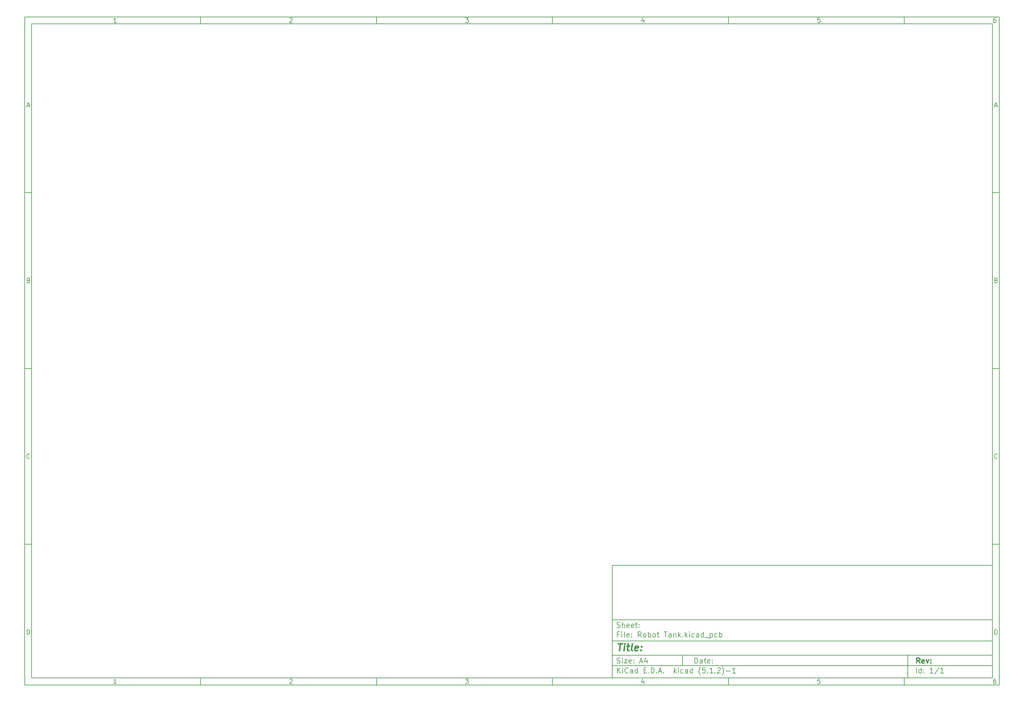
<source format=gbp>
G04 #@! TF.GenerationSoftware,KiCad,Pcbnew,(5.1.2)-1*
G04 #@! TF.CreationDate,2019-07-09T02:23:16-04:00*
G04 #@! TF.ProjectId,Robot Tank,526f626f-7420-4546-916e-6b2e6b696361,rev?*
G04 #@! TF.SameCoordinates,Original*
G04 #@! TF.FileFunction,Paste,Bot*
G04 #@! TF.FilePolarity,Positive*
%FSLAX46Y46*%
G04 Gerber Fmt 4.6, Leading zero omitted, Abs format (unit mm)*
G04 Created by KiCad (PCBNEW (5.1.2)-1) date 2019-07-09 02:23:16*
%MOMM*%
%LPD*%
G04 APERTURE LIST*
%ADD10C,0.100000*%
%ADD11C,0.150000*%
%ADD12C,0.300000*%
%ADD13C,0.400000*%
G04 APERTURE END LIST*
D10*
D11*
X177002200Y-166007200D02*
X177002200Y-198007200D01*
X285002200Y-198007200D01*
X285002200Y-166007200D01*
X177002200Y-166007200D01*
D10*
D11*
X10000000Y-10000000D02*
X10000000Y-200007200D01*
X287002200Y-200007200D01*
X287002200Y-10000000D01*
X10000000Y-10000000D01*
D10*
D11*
X12000000Y-12000000D02*
X12000000Y-198007200D01*
X285002200Y-198007200D01*
X285002200Y-12000000D01*
X12000000Y-12000000D01*
D10*
D11*
X60000000Y-12000000D02*
X60000000Y-10000000D01*
D10*
D11*
X110000000Y-12000000D02*
X110000000Y-10000000D01*
D10*
D11*
X160000000Y-12000000D02*
X160000000Y-10000000D01*
D10*
D11*
X210000000Y-12000000D02*
X210000000Y-10000000D01*
D10*
D11*
X260000000Y-12000000D02*
X260000000Y-10000000D01*
D10*
D11*
X36065476Y-11588095D02*
X35322619Y-11588095D01*
X35694047Y-11588095D02*
X35694047Y-10288095D01*
X35570238Y-10473809D01*
X35446428Y-10597619D01*
X35322619Y-10659523D01*
D10*
D11*
X85322619Y-10411904D02*
X85384523Y-10350000D01*
X85508333Y-10288095D01*
X85817857Y-10288095D01*
X85941666Y-10350000D01*
X86003571Y-10411904D01*
X86065476Y-10535714D01*
X86065476Y-10659523D01*
X86003571Y-10845238D01*
X85260714Y-11588095D01*
X86065476Y-11588095D01*
D10*
D11*
X135260714Y-10288095D02*
X136065476Y-10288095D01*
X135632142Y-10783333D01*
X135817857Y-10783333D01*
X135941666Y-10845238D01*
X136003571Y-10907142D01*
X136065476Y-11030952D01*
X136065476Y-11340476D01*
X136003571Y-11464285D01*
X135941666Y-11526190D01*
X135817857Y-11588095D01*
X135446428Y-11588095D01*
X135322619Y-11526190D01*
X135260714Y-11464285D01*
D10*
D11*
X185941666Y-10721428D02*
X185941666Y-11588095D01*
X185632142Y-10226190D02*
X185322619Y-11154761D01*
X186127380Y-11154761D01*
D10*
D11*
X236003571Y-10288095D02*
X235384523Y-10288095D01*
X235322619Y-10907142D01*
X235384523Y-10845238D01*
X235508333Y-10783333D01*
X235817857Y-10783333D01*
X235941666Y-10845238D01*
X236003571Y-10907142D01*
X236065476Y-11030952D01*
X236065476Y-11340476D01*
X236003571Y-11464285D01*
X235941666Y-11526190D01*
X235817857Y-11588095D01*
X235508333Y-11588095D01*
X235384523Y-11526190D01*
X235322619Y-11464285D01*
D10*
D11*
X285941666Y-10288095D02*
X285694047Y-10288095D01*
X285570238Y-10350000D01*
X285508333Y-10411904D01*
X285384523Y-10597619D01*
X285322619Y-10845238D01*
X285322619Y-11340476D01*
X285384523Y-11464285D01*
X285446428Y-11526190D01*
X285570238Y-11588095D01*
X285817857Y-11588095D01*
X285941666Y-11526190D01*
X286003571Y-11464285D01*
X286065476Y-11340476D01*
X286065476Y-11030952D01*
X286003571Y-10907142D01*
X285941666Y-10845238D01*
X285817857Y-10783333D01*
X285570238Y-10783333D01*
X285446428Y-10845238D01*
X285384523Y-10907142D01*
X285322619Y-11030952D01*
D10*
D11*
X60000000Y-198007200D02*
X60000000Y-200007200D01*
D10*
D11*
X110000000Y-198007200D02*
X110000000Y-200007200D01*
D10*
D11*
X160000000Y-198007200D02*
X160000000Y-200007200D01*
D10*
D11*
X210000000Y-198007200D02*
X210000000Y-200007200D01*
D10*
D11*
X260000000Y-198007200D02*
X260000000Y-200007200D01*
D10*
D11*
X36065476Y-199595295D02*
X35322619Y-199595295D01*
X35694047Y-199595295D02*
X35694047Y-198295295D01*
X35570238Y-198481009D01*
X35446428Y-198604819D01*
X35322619Y-198666723D01*
D10*
D11*
X85322619Y-198419104D02*
X85384523Y-198357200D01*
X85508333Y-198295295D01*
X85817857Y-198295295D01*
X85941666Y-198357200D01*
X86003571Y-198419104D01*
X86065476Y-198542914D01*
X86065476Y-198666723D01*
X86003571Y-198852438D01*
X85260714Y-199595295D01*
X86065476Y-199595295D01*
D10*
D11*
X135260714Y-198295295D02*
X136065476Y-198295295D01*
X135632142Y-198790533D01*
X135817857Y-198790533D01*
X135941666Y-198852438D01*
X136003571Y-198914342D01*
X136065476Y-199038152D01*
X136065476Y-199347676D01*
X136003571Y-199471485D01*
X135941666Y-199533390D01*
X135817857Y-199595295D01*
X135446428Y-199595295D01*
X135322619Y-199533390D01*
X135260714Y-199471485D01*
D10*
D11*
X185941666Y-198728628D02*
X185941666Y-199595295D01*
X185632142Y-198233390D02*
X185322619Y-199161961D01*
X186127380Y-199161961D01*
D10*
D11*
X236003571Y-198295295D02*
X235384523Y-198295295D01*
X235322619Y-198914342D01*
X235384523Y-198852438D01*
X235508333Y-198790533D01*
X235817857Y-198790533D01*
X235941666Y-198852438D01*
X236003571Y-198914342D01*
X236065476Y-199038152D01*
X236065476Y-199347676D01*
X236003571Y-199471485D01*
X235941666Y-199533390D01*
X235817857Y-199595295D01*
X235508333Y-199595295D01*
X235384523Y-199533390D01*
X235322619Y-199471485D01*
D10*
D11*
X285941666Y-198295295D02*
X285694047Y-198295295D01*
X285570238Y-198357200D01*
X285508333Y-198419104D01*
X285384523Y-198604819D01*
X285322619Y-198852438D01*
X285322619Y-199347676D01*
X285384523Y-199471485D01*
X285446428Y-199533390D01*
X285570238Y-199595295D01*
X285817857Y-199595295D01*
X285941666Y-199533390D01*
X286003571Y-199471485D01*
X286065476Y-199347676D01*
X286065476Y-199038152D01*
X286003571Y-198914342D01*
X285941666Y-198852438D01*
X285817857Y-198790533D01*
X285570238Y-198790533D01*
X285446428Y-198852438D01*
X285384523Y-198914342D01*
X285322619Y-199038152D01*
D10*
D11*
X10000000Y-60000000D02*
X12000000Y-60000000D01*
D10*
D11*
X10000000Y-110000000D02*
X12000000Y-110000000D01*
D10*
D11*
X10000000Y-160000000D02*
X12000000Y-160000000D01*
D10*
D11*
X10690476Y-35216666D02*
X11309523Y-35216666D01*
X10566666Y-35588095D02*
X11000000Y-34288095D01*
X11433333Y-35588095D01*
D10*
D11*
X11092857Y-84907142D02*
X11278571Y-84969047D01*
X11340476Y-85030952D01*
X11402380Y-85154761D01*
X11402380Y-85340476D01*
X11340476Y-85464285D01*
X11278571Y-85526190D01*
X11154761Y-85588095D01*
X10659523Y-85588095D01*
X10659523Y-84288095D01*
X11092857Y-84288095D01*
X11216666Y-84350000D01*
X11278571Y-84411904D01*
X11340476Y-84535714D01*
X11340476Y-84659523D01*
X11278571Y-84783333D01*
X11216666Y-84845238D01*
X11092857Y-84907142D01*
X10659523Y-84907142D01*
D10*
D11*
X11402380Y-135464285D02*
X11340476Y-135526190D01*
X11154761Y-135588095D01*
X11030952Y-135588095D01*
X10845238Y-135526190D01*
X10721428Y-135402380D01*
X10659523Y-135278571D01*
X10597619Y-135030952D01*
X10597619Y-134845238D01*
X10659523Y-134597619D01*
X10721428Y-134473809D01*
X10845238Y-134350000D01*
X11030952Y-134288095D01*
X11154761Y-134288095D01*
X11340476Y-134350000D01*
X11402380Y-134411904D01*
D10*
D11*
X10659523Y-185588095D02*
X10659523Y-184288095D01*
X10969047Y-184288095D01*
X11154761Y-184350000D01*
X11278571Y-184473809D01*
X11340476Y-184597619D01*
X11402380Y-184845238D01*
X11402380Y-185030952D01*
X11340476Y-185278571D01*
X11278571Y-185402380D01*
X11154761Y-185526190D01*
X10969047Y-185588095D01*
X10659523Y-185588095D01*
D10*
D11*
X287002200Y-60000000D02*
X285002200Y-60000000D01*
D10*
D11*
X287002200Y-110000000D02*
X285002200Y-110000000D01*
D10*
D11*
X287002200Y-160000000D02*
X285002200Y-160000000D01*
D10*
D11*
X285692676Y-35216666D02*
X286311723Y-35216666D01*
X285568866Y-35588095D02*
X286002200Y-34288095D01*
X286435533Y-35588095D01*
D10*
D11*
X286095057Y-84907142D02*
X286280771Y-84969047D01*
X286342676Y-85030952D01*
X286404580Y-85154761D01*
X286404580Y-85340476D01*
X286342676Y-85464285D01*
X286280771Y-85526190D01*
X286156961Y-85588095D01*
X285661723Y-85588095D01*
X285661723Y-84288095D01*
X286095057Y-84288095D01*
X286218866Y-84350000D01*
X286280771Y-84411904D01*
X286342676Y-84535714D01*
X286342676Y-84659523D01*
X286280771Y-84783333D01*
X286218866Y-84845238D01*
X286095057Y-84907142D01*
X285661723Y-84907142D01*
D10*
D11*
X286404580Y-135464285D02*
X286342676Y-135526190D01*
X286156961Y-135588095D01*
X286033152Y-135588095D01*
X285847438Y-135526190D01*
X285723628Y-135402380D01*
X285661723Y-135278571D01*
X285599819Y-135030952D01*
X285599819Y-134845238D01*
X285661723Y-134597619D01*
X285723628Y-134473809D01*
X285847438Y-134350000D01*
X286033152Y-134288095D01*
X286156961Y-134288095D01*
X286342676Y-134350000D01*
X286404580Y-134411904D01*
D10*
D11*
X285661723Y-185588095D02*
X285661723Y-184288095D01*
X285971247Y-184288095D01*
X286156961Y-184350000D01*
X286280771Y-184473809D01*
X286342676Y-184597619D01*
X286404580Y-184845238D01*
X286404580Y-185030952D01*
X286342676Y-185278571D01*
X286280771Y-185402380D01*
X286156961Y-185526190D01*
X285971247Y-185588095D01*
X285661723Y-185588095D01*
D10*
D11*
X200434342Y-193785771D02*
X200434342Y-192285771D01*
X200791485Y-192285771D01*
X201005771Y-192357200D01*
X201148628Y-192500057D01*
X201220057Y-192642914D01*
X201291485Y-192928628D01*
X201291485Y-193142914D01*
X201220057Y-193428628D01*
X201148628Y-193571485D01*
X201005771Y-193714342D01*
X200791485Y-193785771D01*
X200434342Y-193785771D01*
X202577200Y-193785771D02*
X202577200Y-193000057D01*
X202505771Y-192857200D01*
X202362914Y-192785771D01*
X202077200Y-192785771D01*
X201934342Y-192857200D01*
X202577200Y-193714342D02*
X202434342Y-193785771D01*
X202077200Y-193785771D01*
X201934342Y-193714342D01*
X201862914Y-193571485D01*
X201862914Y-193428628D01*
X201934342Y-193285771D01*
X202077200Y-193214342D01*
X202434342Y-193214342D01*
X202577200Y-193142914D01*
X203077200Y-192785771D02*
X203648628Y-192785771D01*
X203291485Y-192285771D02*
X203291485Y-193571485D01*
X203362914Y-193714342D01*
X203505771Y-193785771D01*
X203648628Y-193785771D01*
X204720057Y-193714342D02*
X204577200Y-193785771D01*
X204291485Y-193785771D01*
X204148628Y-193714342D01*
X204077200Y-193571485D01*
X204077200Y-193000057D01*
X204148628Y-192857200D01*
X204291485Y-192785771D01*
X204577200Y-192785771D01*
X204720057Y-192857200D01*
X204791485Y-193000057D01*
X204791485Y-193142914D01*
X204077200Y-193285771D01*
X205434342Y-193642914D02*
X205505771Y-193714342D01*
X205434342Y-193785771D01*
X205362914Y-193714342D01*
X205434342Y-193642914D01*
X205434342Y-193785771D01*
X205434342Y-192857200D02*
X205505771Y-192928628D01*
X205434342Y-193000057D01*
X205362914Y-192928628D01*
X205434342Y-192857200D01*
X205434342Y-193000057D01*
D10*
D11*
X177002200Y-194507200D02*
X285002200Y-194507200D01*
D10*
D11*
X178434342Y-196585771D02*
X178434342Y-195085771D01*
X179291485Y-196585771D02*
X178648628Y-195728628D01*
X179291485Y-195085771D02*
X178434342Y-195942914D01*
X179934342Y-196585771D02*
X179934342Y-195585771D01*
X179934342Y-195085771D02*
X179862914Y-195157200D01*
X179934342Y-195228628D01*
X180005771Y-195157200D01*
X179934342Y-195085771D01*
X179934342Y-195228628D01*
X181505771Y-196442914D02*
X181434342Y-196514342D01*
X181220057Y-196585771D01*
X181077200Y-196585771D01*
X180862914Y-196514342D01*
X180720057Y-196371485D01*
X180648628Y-196228628D01*
X180577200Y-195942914D01*
X180577200Y-195728628D01*
X180648628Y-195442914D01*
X180720057Y-195300057D01*
X180862914Y-195157200D01*
X181077200Y-195085771D01*
X181220057Y-195085771D01*
X181434342Y-195157200D01*
X181505771Y-195228628D01*
X182791485Y-196585771D02*
X182791485Y-195800057D01*
X182720057Y-195657200D01*
X182577200Y-195585771D01*
X182291485Y-195585771D01*
X182148628Y-195657200D01*
X182791485Y-196514342D02*
X182648628Y-196585771D01*
X182291485Y-196585771D01*
X182148628Y-196514342D01*
X182077200Y-196371485D01*
X182077200Y-196228628D01*
X182148628Y-196085771D01*
X182291485Y-196014342D01*
X182648628Y-196014342D01*
X182791485Y-195942914D01*
X184148628Y-196585771D02*
X184148628Y-195085771D01*
X184148628Y-196514342D02*
X184005771Y-196585771D01*
X183720057Y-196585771D01*
X183577200Y-196514342D01*
X183505771Y-196442914D01*
X183434342Y-196300057D01*
X183434342Y-195871485D01*
X183505771Y-195728628D01*
X183577200Y-195657200D01*
X183720057Y-195585771D01*
X184005771Y-195585771D01*
X184148628Y-195657200D01*
X186005771Y-195800057D02*
X186505771Y-195800057D01*
X186720057Y-196585771D02*
X186005771Y-196585771D01*
X186005771Y-195085771D01*
X186720057Y-195085771D01*
X187362914Y-196442914D02*
X187434342Y-196514342D01*
X187362914Y-196585771D01*
X187291485Y-196514342D01*
X187362914Y-196442914D01*
X187362914Y-196585771D01*
X188077200Y-196585771D02*
X188077200Y-195085771D01*
X188434342Y-195085771D01*
X188648628Y-195157200D01*
X188791485Y-195300057D01*
X188862914Y-195442914D01*
X188934342Y-195728628D01*
X188934342Y-195942914D01*
X188862914Y-196228628D01*
X188791485Y-196371485D01*
X188648628Y-196514342D01*
X188434342Y-196585771D01*
X188077200Y-196585771D01*
X189577200Y-196442914D02*
X189648628Y-196514342D01*
X189577200Y-196585771D01*
X189505771Y-196514342D01*
X189577200Y-196442914D01*
X189577200Y-196585771D01*
X190220057Y-196157200D02*
X190934342Y-196157200D01*
X190077200Y-196585771D02*
X190577200Y-195085771D01*
X191077200Y-196585771D01*
X191577200Y-196442914D02*
X191648628Y-196514342D01*
X191577200Y-196585771D01*
X191505771Y-196514342D01*
X191577200Y-196442914D01*
X191577200Y-196585771D01*
X194577200Y-196585771D02*
X194577200Y-195085771D01*
X194720057Y-196014342D02*
X195148628Y-196585771D01*
X195148628Y-195585771D02*
X194577200Y-196157200D01*
X195791485Y-196585771D02*
X195791485Y-195585771D01*
X195791485Y-195085771D02*
X195720057Y-195157200D01*
X195791485Y-195228628D01*
X195862914Y-195157200D01*
X195791485Y-195085771D01*
X195791485Y-195228628D01*
X197148628Y-196514342D02*
X197005771Y-196585771D01*
X196720057Y-196585771D01*
X196577200Y-196514342D01*
X196505771Y-196442914D01*
X196434342Y-196300057D01*
X196434342Y-195871485D01*
X196505771Y-195728628D01*
X196577200Y-195657200D01*
X196720057Y-195585771D01*
X197005771Y-195585771D01*
X197148628Y-195657200D01*
X198434342Y-196585771D02*
X198434342Y-195800057D01*
X198362914Y-195657200D01*
X198220057Y-195585771D01*
X197934342Y-195585771D01*
X197791485Y-195657200D01*
X198434342Y-196514342D02*
X198291485Y-196585771D01*
X197934342Y-196585771D01*
X197791485Y-196514342D01*
X197720057Y-196371485D01*
X197720057Y-196228628D01*
X197791485Y-196085771D01*
X197934342Y-196014342D01*
X198291485Y-196014342D01*
X198434342Y-195942914D01*
X199791485Y-196585771D02*
X199791485Y-195085771D01*
X199791485Y-196514342D02*
X199648628Y-196585771D01*
X199362914Y-196585771D01*
X199220057Y-196514342D01*
X199148628Y-196442914D01*
X199077200Y-196300057D01*
X199077200Y-195871485D01*
X199148628Y-195728628D01*
X199220057Y-195657200D01*
X199362914Y-195585771D01*
X199648628Y-195585771D01*
X199791485Y-195657200D01*
X202077200Y-197157200D02*
X202005771Y-197085771D01*
X201862914Y-196871485D01*
X201791485Y-196728628D01*
X201720057Y-196514342D01*
X201648628Y-196157200D01*
X201648628Y-195871485D01*
X201720057Y-195514342D01*
X201791485Y-195300057D01*
X201862914Y-195157200D01*
X202005771Y-194942914D01*
X202077200Y-194871485D01*
X203362914Y-195085771D02*
X202648628Y-195085771D01*
X202577200Y-195800057D01*
X202648628Y-195728628D01*
X202791485Y-195657200D01*
X203148628Y-195657200D01*
X203291485Y-195728628D01*
X203362914Y-195800057D01*
X203434342Y-195942914D01*
X203434342Y-196300057D01*
X203362914Y-196442914D01*
X203291485Y-196514342D01*
X203148628Y-196585771D01*
X202791485Y-196585771D01*
X202648628Y-196514342D01*
X202577200Y-196442914D01*
X204077200Y-196442914D02*
X204148628Y-196514342D01*
X204077200Y-196585771D01*
X204005771Y-196514342D01*
X204077200Y-196442914D01*
X204077200Y-196585771D01*
X205577200Y-196585771D02*
X204720057Y-196585771D01*
X205148628Y-196585771D02*
X205148628Y-195085771D01*
X205005771Y-195300057D01*
X204862914Y-195442914D01*
X204720057Y-195514342D01*
X206220057Y-196442914D02*
X206291485Y-196514342D01*
X206220057Y-196585771D01*
X206148628Y-196514342D01*
X206220057Y-196442914D01*
X206220057Y-196585771D01*
X206862914Y-195228628D02*
X206934342Y-195157200D01*
X207077200Y-195085771D01*
X207434342Y-195085771D01*
X207577200Y-195157200D01*
X207648628Y-195228628D01*
X207720057Y-195371485D01*
X207720057Y-195514342D01*
X207648628Y-195728628D01*
X206791485Y-196585771D01*
X207720057Y-196585771D01*
X208220057Y-197157200D02*
X208291485Y-197085771D01*
X208434342Y-196871485D01*
X208505771Y-196728628D01*
X208577200Y-196514342D01*
X208648628Y-196157200D01*
X208648628Y-195871485D01*
X208577200Y-195514342D01*
X208505771Y-195300057D01*
X208434342Y-195157200D01*
X208291485Y-194942914D01*
X208220057Y-194871485D01*
X209362914Y-196014342D02*
X210505771Y-196014342D01*
X212005771Y-196585771D02*
X211148628Y-196585771D01*
X211577200Y-196585771D02*
X211577200Y-195085771D01*
X211434342Y-195300057D01*
X211291485Y-195442914D01*
X211148628Y-195514342D01*
D10*
D11*
X177002200Y-191507200D02*
X285002200Y-191507200D01*
D10*
D12*
X264411485Y-193785771D02*
X263911485Y-193071485D01*
X263554342Y-193785771D02*
X263554342Y-192285771D01*
X264125771Y-192285771D01*
X264268628Y-192357200D01*
X264340057Y-192428628D01*
X264411485Y-192571485D01*
X264411485Y-192785771D01*
X264340057Y-192928628D01*
X264268628Y-193000057D01*
X264125771Y-193071485D01*
X263554342Y-193071485D01*
X265625771Y-193714342D02*
X265482914Y-193785771D01*
X265197200Y-193785771D01*
X265054342Y-193714342D01*
X264982914Y-193571485D01*
X264982914Y-193000057D01*
X265054342Y-192857200D01*
X265197200Y-192785771D01*
X265482914Y-192785771D01*
X265625771Y-192857200D01*
X265697200Y-193000057D01*
X265697200Y-193142914D01*
X264982914Y-193285771D01*
X266197200Y-192785771D02*
X266554342Y-193785771D01*
X266911485Y-192785771D01*
X267482914Y-193642914D02*
X267554342Y-193714342D01*
X267482914Y-193785771D01*
X267411485Y-193714342D01*
X267482914Y-193642914D01*
X267482914Y-193785771D01*
X267482914Y-192857200D02*
X267554342Y-192928628D01*
X267482914Y-193000057D01*
X267411485Y-192928628D01*
X267482914Y-192857200D01*
X267482914Y-193000057D01*
D10*
D11*
X178362914Y-193714342D02*
X178577200Y-193785771D01*
X178934342Y-193785771D01*
X179077200Y-193714342D01*
X179148628Y-193642914D01*
X179220057Y-193500057D01*
X179220057Y-193357200D01*
X179148628Y-193214342D01*
X179077200Y-193142914D01*
X178934342Y-193071485D01*
X178648628Y-193000057D01*
X178505771Y-192928628D01*
X178434342Y-192857200D01*
X178362914Y-192714342D01*
X178362914Y-192571485D01*
X178434342Y-192428628D01*
X178505771Y-192357200D01*
X178648628Y-192285771D01*
X179005771Y-192285771D01*
X179220057Y-192357200D01*
X179862914Y-193785771D02*
X179862914Y-192785771D01*
X179862914Y-192285771D02*
X179791485Y-192357200D01*
X179862914Y-192428628D01*
X179934342Y-192357200D01*
X179862914Y-192285771D01*
X179862914Y-192428628D01*
X180434342Y-192785771D02*
X181220057Y-192785771D01*
X180434342Y-193785771D01*
X181220057Y-193785771D01*
X182362914Y-193714342D02*
X182220057Y-193785771D01*
X181934342Y-193785771D01*
X181791485Y-193714342D01*
X181720057Y-193571485D01*
X181720057Y-193000057D01*
X181791485Y-192857200D01*
X181934342Y-192785771D01*
X182220057Y-192785771D01*
X182362914Y-192857200D01*
X182434342Y-193000057D01*
X182434342Y-193142914D01*
X181720057Y-193285771D01*
X183077200Y-193642914D02*
X183148628Y-193714342D01*
X183077200Y-193785771D01*
X183005771Y-193714342D01*
X183077200Y-193642914D01*
X183077200Y-193785771D01*
X183077200Y-192857200D02*
X183148628Y-192928628D01*
X183077200Y-193000057D01*
X183005771Y-192928628D01*
X183077200Y-192857200D01*
X183077200Y-193000057D01*
X184862914Y-193357200D02*
X185577200Y-193357200D01*
X184720057Y-193785771D02*
X185220057Y-192285771D01*
X185720057Y-193785771D01*
X186862914Y-192785771D02*
X186862914Y-193785771D01*
X186505771Y-192214342D02*
X186148628Y-193285771D01*
X187077200Y-193285771D01*
D10*
D11*
X263434342Y-196585771D02*
X263434342Y-195085771D01*
X264791485Y-196585771D02*
X264791485Y-195085771D01*
X264791485Y-196514342D02*
X264648628Y-196585771D01*
X264362914Y-196585771D01*
X264220057Y-196514342D01*
X264148628Y-196442914D01*
X264077200Y-196300057D01*
X264077200Y-195871485D01*
X264148628Y-195728628D01*
X264220057Y-195657200D01*
X264362914Y-195585771D01*
X264648628Y-195585771D01*
X264791485Y-195657200D01*
X265505771Y-196442914D02*
X265577200Y-196514342D01*
X265505771Y-196585771D01*
X265434342Y-196514342D01*
X265505771Y-196442914D01*
X265505771Y-196585771D01*
X265505771Y-195657200D02*
X265577200Y-195728628D01*
X265505771Y-195800057D01*
X265434342Y-195728628D01*
X265505771Y-195657200D01*
X265505771Y-195800057D01*
X268148628Y-196585771D02*
X267291485Y-196585771D01*
X267720057Y-196585771D02*
X267720057Y-195085771D01*
X267577200Y-195300057D01*
X267434342Y-195442914D01*
X267291485Y-195514342D01*
X269862914Y-195014342D02*
X268577200Y-196942914D01*
X271148628Y-196585771D02*
X270291485Y-196585771D01*
X270720057Y-196585771D02*
X270720057Y-195085771D01*
X270577200Y-195300057D01*
X270434342Y-195442914D01*
X270291485Y-195514342D01*
D10*
D11*
X177002200Y-187507200D02*
X285002200Y-187507200D01*
D10*
D13*
X178714580Y-188211961D02*
X179857438Y-188211961D01*
X179036009Y-190211961D02*
X179286009Y-188211961D01*
X180274104Y-190211961D02*
X180440771Y-188878628D01*
X180524104Y-188211961D02*
X180416961Y-188307200D01*
X180500295Y-188402438D01*
X180607438Y-188307200D01*
X180524104Y-188211961D01*
X180500295Y-188402438D01*
X181107438Y-188878628D02*
X181869342Y-188878628D01*
X181476485Y-188211961D02*
X181262200Y-189926247D01*
X181333628Y-190116723D01*
X181512200Y-190211961D01*
X181702676Y-190211961D01*
X182655057Y-190211961D02*
X182476485Y-190116723D01*
X182405057Y-189926247D01*
X182619342Y-188211961D01*
X184190771Y-190116723D02*
X183988390Y-190211961D01*
X183607438Y-190211961D01*
X183428866Y-190116723D01*
X183357438Y-189926247D01*
X183452676Y-189164342D01*
X183571723Y-188973866D01*
X183774104Y-188878628D01*
X184155057Y-188878628D01*
X184333628Y-188973866D01*
X184405057Y-189164342D01*
X184381247Y-189354819D01*
X183405057Y-189545295D01*
X185155057Y-190021485D02*
X185238390Y-190116723D01*
X185131247Y-190211961D01*
X185047914Y-190116723D01*
X185155057Y-190021485D01*
X185131247Y-190211961D01*
X185286009Y-188973866D02*
X185369342Y-189069104D01*
X185262200Y-189164342D01*
X185178866Y-189069104D01*
X185286009Y-188973866D01*
X185262200Y-189164342D01*
D10*
D11*
X178934342Y-185600057D02*
X178434342Y-185600057D01*
X178434342Y-186385771D02*
X178434342Y-184885771D01*
X179148628Y-184885771D01*
X179720057Y-186385771D02*
X179720057Y-185385771D01*
X179720057Y-184885771D02*
X179648628Y-184957200D01*
X179720057Y-185028628D01*
X179791485Y-184957200D01*
X179720057Y-184885771D01*
X179720057Y-185028628D01*
X180648628Y-186385771D02*
X180505771Y-186314342D01*
X180434342Y-186171485D01*
X180434342Y-184885771D01*
X181791485Y-186314342D02*
X181648628Y-186385771D01*
X181362914Y-186385771D01*
X181220057Y-186314342D01*
X181148628Y-186171485D01*
X181148628Y-185600057D01*
X181220057Y-185457200D01*
X181362914Y-185385771D01*
X181648628Y-185385771D01*
X181791485Y-185457200D01*
X181862914Y-185600057D01*
X181862914Y-185742914D01*
X181148628Y-185885771D01*
X182505771Y-186242914D02*
X182577200Y-186314342D01*
X182505771Y-186385771D01*
X182434342Y-186314342D01*
X182505771Y-186242914D01*
X182505771Y-186385771D01*
X182505771Y-185457200D02*
X182577200Y-185528628D01*
X182505771Y-185600057D01*
X182434342Y-185528628D01*
X182505771Y-185457200D01*
X182505771Y-185600057D01*
X185220057Y-186385771D02*
X184720057Y-185671485D01*
X184362914Y-186385771D02*
X184362914Y-184885771D01*
X184934342Y-184885771D01*
X185077200Y-184957200D01*
X185148628Y-185028628D01*
X185220057Y-185171485D01*
X185220057Y-185385771D01*
X185148628Y-185528628D01*
X185077200Y-185600057D01*
X184934342Y-185671485D01*
X184362914Y-185671485D01*
X186077200Y-186385771D02*
X185934342Y-186314342D01*
X185862914Y-186242914D01*
X185791485Y-186100057D01*
X185791485Y-185671485D01*
X185862914Y-185528628D01*
X185934342Y-185457200D01*
X186077200Y-185385771D01*
X186291485Y-185385771D01*
X186434342Y-185457200D01*
X186505771Y-185528628D01*
X186577200Y-185671485D01*
X186577200Y-186100057D01*
X186505771Y-186242914D01*
X186434342Y-186314342D01*
X186291485Y-186385771D01*
X186077200Y-186385771D01*
X187220057Y-186385771D02*
X187220057Y-184885771D01*
X187220057Y-185457200D02*
X187362914Y-185385771D01*
X187648628Y-185385771D01*
X187791485Y-185457200D01*
X187862914Y-185528628D01*
X187934342Y-185671485D01*
X187934342Y-186100057D01*
X187862914Y-186242914D01*
X187791485Y-186314342D01*
X187648628Y-186385771D01*
X187362914Y-186385771D01*
X187220057Y-186314342D01*
X188791485Y-186385771D02*
X188648628Y-186314342D01*
X188577200Y-186242914D01*
X188505771Y-186100057D01*
X188505771Y-185671485D01*
X188577200Y-185528628D01*
X188648628Y-185457200D01*
X188791485Y-185385771D01*
X189005771Y-185385771D01*
X189148628Y-185457200D01*
X189220057Y-185528628D01*
X189291485Y-185671485D01*
X189291485Y-186100057D01*
X189220057Y-186242914D01*
X189148628Y-186314342D01*
X189005771Y-186385771D01*
X188791485Y-186385771D01*
X189720057Y-185385771D02*
X190291485Y-185385771D01*
X189934342Y-184885771D02*
X189934342Y-186171485D01*
X190005771Y-186314342D01*
X190148628Y-186385771D01*
X190291485Y-186385771D01*
X191720057Y-184885771D02*
X192577200Y-184885771D01*
X192148628Y-186385771D02*
X192148628Y-184885771D01*
X193720057Y-186385771D02*
X193720057Y-185600057D01*
X193648628Y-185457200D01*
X193505771Y-185385771D01*
X193220057Y-185385771D01*
X193077200Y-185457200D01*
X193720057Y-186314342D02*
X193577200Y-186385771D01*
X193220057Y-186385771D01*
X193077200Y-186314342D01*
X193005771Y-186171485D01*
X193005771Y-186028628D01*
X193077200Y-185885771D01*
X193220057Y-185814342D01*
X193577200Y-185814342D01*
X193720057Y-185742914D01*
X194434342Y-185385771D02*
X194434342Y-186385771D01*
X194434342Y-185528628D02*
X194505771Y-185457200D01*
X194648628Y-185385771D01*
X194862914Y-185385771D01*
X195005771Y-185457200D01*
X195077200Y-185600057D01*
X195077200Y-186385771D01*
X195791485Y-186385771D02*
X195791485Y-184885771D01*
X195934342Y-185814342D02*
X196362914Y-186385771D01*
X196362914Y-185385771D02*
X195791485Y-185957200D01*
X197005771Y-186242914D02*
X197077200Y-186314342D01*
X197005771Y-186385771D01*
X196934342Y-186314342D01*
X197005771Y-186242914D01*
X197005771Y-186385771D01*
X197720057Y-186385771D02*
X197720057Y-184885771D01*
X197862914Y-185814342D02*
X198291485Y-186385771D01*
X198291485Y-185385771D02*
X197720057Y-185957200D01*
X198934342Y-186385771D02*
X198934342Y-185385771D01*
X198934342Y-184885771D02*
X198862914Y-184957200D01*
X198934342Y-185028628D01*
X199005771Y-184957200D01*
X198934342Y-184885771D01*
X198934342Y-185028628D01*
X200291485Y-186314342D02*
X200148628Y-186385771D01*
X199862914Y-186385771D01*
X199720057Y-186314342D01*
X199648628Y-186242914D01*
X199577200Y-186100057D01*
X199577200Y-185671485D01*
X199648628Y-185528628D01*
X199720057Y-185457200D01*
X199862914Y-185385771D01*
X200148628Y-185385771D01*
X200291485Y-185457200D01*
X201577200Y-186385771D02*
X201577200Y-185600057D01*
X201505771Y-185457200D01*
X201362914Y-185385771D01*
X201077200Y-185385771D01*
X200934342Y-185457200D01*
X201577200Y-186314342D02*
X201434342Y-186385771D01*
X201077200Y-186385771D01*
X200934342Y-186314342D01*
X200862914Y-186171485D01*
X200862914Y-186028628D01*
X200934342Y-185885771D01*
X201077200Y-185814342D01*
X201434342Y-185814342D01*
X201577200Y-185742914D01*
X202934342Y-186385771D02*
X202934342Y-184885771D01*
X202934342Y-186314342D02*
X202791485Y-186385771D01*
X202505771Y-186385771D01*
X202362914Y-186314342D01*
X202291485Y-186242914D01*
X202220057Y-186100057D01*
X202220057Y-185671485D01*
X202291485Y-185528628D01*
X202362914Y-185457200D01*
X202505771Y-185385771D01*
X202791485Y-185385771D01*
X202934342Y-185457200D01*
X203291485Y-186528628D02*
X204434342Y-186528628D01*
X204791485Y-185385771D02*
X204791485Y-186885771D01*
X204791485Y-185457200D02*
X204934342Y-185385771D01*
X205220057Y-185385771D01*
X205362914Y-185457200D01*
X205434342Y-185528628D01*
X205505771Y-185671485D01*
X205505771Y-186100057D01*
X205434342Y-186242914D01*
X205362914Y-186314342D01*
X205220057Y-186385771D01*
X204934342Y-186385771D01*
X204791485Y-186314342D01*
X206791485Y-186314342D02*
X206648628Y-186385771D01*
X206362914Y-186385771D01*
X206220057Y-186314342D01*
X206148628Y-186242914D01*
X206077200Y-186100057D01*
X206077200Y-185671485D01*
X206148628Y-185528628D01*
X206220057Y-185457200D01*
X206362914Y-185385771D01*
X206648628Y-185385771D01*
X206791485Y-185457200D01*
X207434342Y-186385771D02*
X207434342Y-184885771D01*
X207434342Y-185457200D02*
X207577200Y-185385771D01*
X207862914Y-185385771D01*
X208005771Y-185457200D01*
X208077200Y-185528628D01*
X208148628Y-185671485D01*
X208148628Y-186100057D01*
X208077200Y-186242914D01*
X208005771Y-186314342D01*
X207862914Y-186385771D01*
X207577200Y-186385771D01*
X207434342Y-186314342D01*
D10*
D11*
X177002200Y-181507200D02*
X285002200Y-181507200D01*
D10*
D11*
X178362914Y-183614342D02*
X178577200Y-183685771D01*
X178934342Y-183685771D01*
X179077200Y-183614342D01*
X179148628Y-183542914D01*
X179220057Y-183400057D01*
X179220057Y-183257200D01*
X179148628Y-183114342D01*
X179077200Y-183042914D01*
X178934342Y-182971485D01*
X178648628Y-182900057D01*
X178505771Y-182828628D01*
X178434342Y-182757200D01*
X178362914Y-182614342D01*
X178362914Y-182471485D01*
X178434342Y-182328628D01*
X178505771Y-182257200D01*
X178648628Y-182185771D01*
X179005771Y-182185771D01*
X179220057Y-182257200D01*
X179862914Y-183685771D02*
X179862914Y-182185771D01*
X180505771Y-183685771D02*
X180505771Y-182900057D01*
X180434342Y-182757200D01*
X180291485Y-182685771D01*
X180077200Y-182685771D01*
X179934342Y-182757200D01*
X179862914Y-182828628D01*
X181791485Y-183614342D02*
X181648628Y-183685771D01*
X181362914Y-183685771D01*
X181220057Y-183614342D01*
X181148628Y-183471485D01*
X181148628Y-182900057D01*
X181220057Y-182757200D01*
X181362914Y-182685771D01*
X181648628Y-182685771D01*
X181791485Y-182757200D01*
X181862914Y-182900057D01*
X181862914Y-183042914D01*
X181148628Y-183185771D01*
X183077200Y-183614342D02*
X182934342Y-183685771D01*
X182648628Y-183685771D01*
X182505771Y-183614342D01*
X182434342Y-183471485D01*
X182434342Y-182900057D01*
X182505771Y-182757200D01*
X182648628Y-182685771D01*
X182934342Y-182685771D01*
X183077200Y-182757200D01*
X183148628Y-182900057D01*
X183148628Y-183042914D01*
X182434342Y-183185771D01*
X183577200Y-182685771D02*
X184148628Y-182685771D01*
X183791485Y-182185771D02*
X183791485Y-183471485D01*
X183862914Y-183614342D01*
X184005771Y-183685771D01*
X184148628Y-183685771D01*
X184648628Y-183542914D02*
X184720057Y-183614342D01*
X184648628Y-183685771D01*
X184577200Y-183614342D01*
X184648628Y-183542914D01*
X184648628Y-183685771D01*
X184648628Y-182757200D02*
X184720057Y-182828628D01*
X184648628Y-182900057D01*
X184577200Y-182828628D01*
X184648628Y-182757200D01*
X184648628Y-182900057D01*
D10*
D11*
X197002200Y-191507200D02*
X197002200Y-194507200D01*
D10*
D11*
X261002200Y-191507200D02*
X261002200Y-198007200D01*
M02*

</source>
